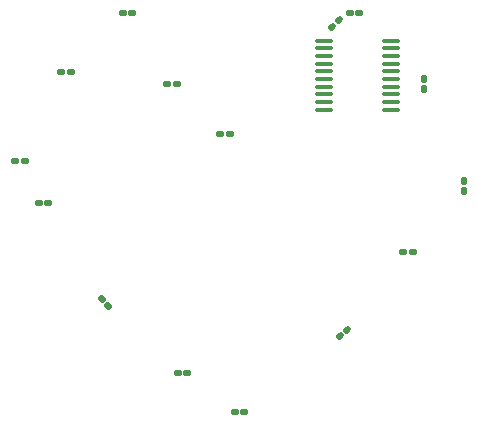
<source format=gbr>
%TF.GenerationSoftware,KiCad,Pcbnew,9.0.6*%
%TF.CreationDate,2026-01-31T16:43:30+03:00*%
%TF.ProjectId,st-valentine-postcard,73742d76-616c-4656-9e74-696e652d706f,rev?*%
%TF.SameCoordinates,Original*%
%TF.FileFunction,Paste,Bot*%
%TF.FilePolarity,Positive*%
%FSLAX46Y46*%
G04 Gerber Fmt 4.6, Leading zero omitted, Abs format (unit mm)*
G04 Created by KiCad (PCBNEW 9.0.6) date 2026-01-31 16:43:30*
%MOMM*%
%LPD*%
G01*
G04 APERTURE LIST*
G04 Aperture macros list*
%AMRoundRect*
0 Rectangle with rounded corners*
0 $1 Rounding radius*
0 $2 $3 $4 $5 $6 $7 $8 $9 X,Y pos of 4 corners*
0 Add a 4 corners polygon primitive as box body*
4,1,4,$2,$3,$4,$5,$6,$7,$8,$9,$2,$3,0*
0 Add four circle primitives for the rounded corners*
1,1,$1+$1,$2,$3*
1,1,$1+$1,$4,$5*
1,1,$1+$1,$6,$7*
1,1,$1+$1,$8,$9*
0 Add four rect primitives between the rounded corners*
20,1,$1+$1,$2,$3,$4,$5,0*
20,1,$1+$1,$4,$5,$6,$7,0*
20,1,$1+$1,$6,$7,$8,$9,0*
20,1,$1+$1,$8,$9,$2,$3,0*%
G04 Aperture macros list end*
%ADD10RoundRect,0.135000X0.222562X-0.031643X-0.031643X0.222562X-0.222562X0.031643X0.031643X-0.222562X0*%
%ADD11RoundRect,0.135000X0.179750X0.135000X-0.179750X0.135000X-0.179750X-0.135000X0.179750X-0.135000X0*%
%ADD12RoundRect,0.135000X-0.179750X-0.135000X0.179750X-0.135000X0.179750X0.135000X-0.179750X0.135000X0*%
%ADD13RoundRect,0.100000X0.637500X0.100000X-0.637500X0.100000X-0.637500X-0.100000X0.637500X-0.100000X0*%
%ADD14RoundRect,0.135000X0.135000X-0.179750X0.135000X0.179750X-0.135000X0.179750X-0.135000X-0.179750X0*%
%ADD15RoundRect,0.135000X0.031643X0.222562X-0.222562X-0.031643X-0.031643X-0.222562X0.222562X0.031643X0*%
G04 APERTURE END LIST*
D10*
%TO.C,R10*%
X138893273Y-97293273D03*
X138317157Y-96717157D03*
%TD*%
D11*
%TO.C,R1*%
X149164750Y-82700000D03*
X148350000Y-82700000D03*
%TD*%
D12*
%TO.C,R3*%
X159335250Y-72500000D03*
X160150000Y-72500000D03*
%TD*%
D13*
%TO.C,U1*%
X162862500Y-74825000D03*
X162862500Y-75475000D03*
X162862500Y-76125000D03*
X162862500Y-76775000D03*
X162862500Y-77425000D03*
X162862500Y-78075000D03*
X162862500Y-78725000D03*
X162862500Y-79375000D03*
X162862500Y-80025000D03*
X162862500Y-80675000D03*
X157137500Y-80675000D03*
X157137500Y-80025000D03*
X157137500Y-79375000D03*
X157137500Y-78725000D03*
X157137500Y-78075000D03*
X157137500Y-77425000D03*
X157137500Y-76775000D03*
X157137500Y-76125000D03*
X157137500Y-75475000D03*
X157137500Y-74825000D03*
%TD*%
D14*
%TO.C,R5*%
X169000000Y-87569750D03*
X169000000Y-86755000D03*
%TD*%
%TO.C,R4*%
X165600000Y-78914750D03*
X165600000Y-78100000D03*
%TD*%
D11*
%TO.C,R8*%
X150414750Y-106250000D03*
X149600000Y-106250000D03*
%TD*%
D15*
%TO.C,R7*%
X159093273Y-99306727D03*
X158517157Y-99882843D03*
%TD*%
D11*
%TO.C,R13*%
X140914750Y-72500000D03*
X140100000Y-72500000D03*
%TD*%
%TO.C,R15*%
X133814750Y-88600000D03*
X133000000Y-88600000D03*
%TD*%
%TO.C,R14*%
X144664750Y-78500000D03*
X143850000Y-78500000D03*
%TD*%
%TO.C,R6*%
X164664750Y-92750000D03*
X163850000Y-92750000D03*
%TD*%
%TO.C,R9*%
X145569750Y-103000000D03*
X144755000Y-103000000D03*
%TD*%
%TO.C,R12*%
X135734750Y-77500000D03*
X134920000Y-77500000D03*
%TD*%
%TO.C,R11*%
X131814750Y-85000000D03*
X131000000Y-85000000D03*
%TD*%
D15*
%TO.C,R2*%
X158393273Y-73106727D03*
X157817157Y-73682843D03*
%TD*%
M02*

</source>
